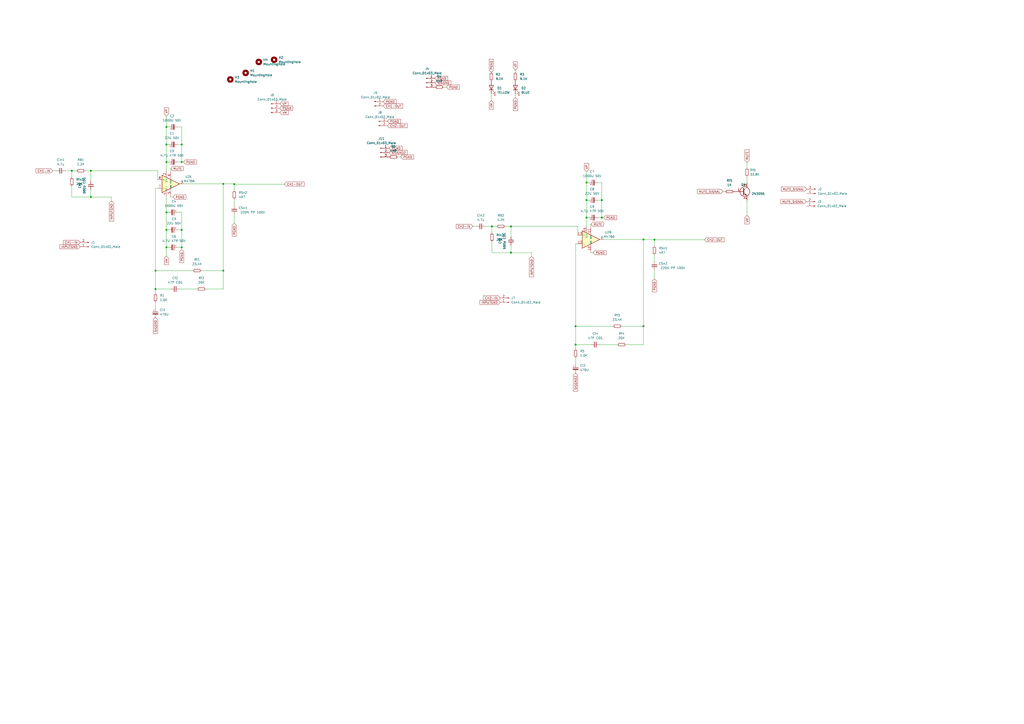
<source format=kicad_sch>
(kicad_sch (version 20230121) (generator eeschema)
  (paper "A2")
  (lib_symbols
    (symbol "Amplifier_Audio:LM4766" (pin_names (offset 0.127))
      (property "Reference" "U" (at 5.08 6.35 0))
      (property "Value" "LM4766" (at 5.08 3.81 0))
      (symbol "LM4766_0_1"
        (polyline (pts (xy -5.08 5.08) (xy 5.08 0) (xy -5.08 -5.08) (xy -5.08 5.08)) (stroke (width 0.254)) (fill (type background)))
      )
      (symbol "LM4766_1_1"
        (pin power_in line (at -2.54 7.62 270) (length 3.81) (name "V+") (number "2"))
        (pin output line (at 7.62 0 180) (length 2.54) (name "~") (number "3"))
        (pin power_in line (at -2.54 -7.62 90) (length 3.81) (name "V-") (number "4"))
        (pin power_in line (at 0 -7.62 90) (length 5.08) (name "GND") (number "5"))
        (pin input line (at 0 7.62 270) (length 5.08) (name "MUTE") (number "6"))
        (pin input line (at -7.62 -2.54 0) (length 2.54) (name "-") (number "7"))
        (pin input line (at -7.62 2.54 0) (length 2.54) (name "+") (number "8"))
        (pin no_connect line (at 0 2.54 270) (length 2.54) hide (name "NC") (number "9"))
      )
      (symbol "LM4766_2_1"
        (pin output line (at 7.62 0 180) (length 2.54) (name "~") (number "1"))
        (pin power_in line (at 0 -7.62 90) (length 5.08) (name "GND") (number "10"))
        (pin input line (at 0 7.62 270) (length 5.08) (name "MUTE") (number "11"))
        (pin input line (at -7.62 -2.54 0) (length 2.54) (name "-") (number "12"))
        (pin input line (at -7.62 2.54 0) (length 2.54) (name "+") (number "13"))
        (pin no_connect line (at 0 2.54 270) (length 2.54) hide (name "NC") (number "14"))
        (pin power_in line (at -2.54 7.62 270) (length 3.81) (name "V+") (number "15"))
      )
    )
    (symbol "Connector:Conn_01x02_Male" (pin_names (offset 1.016) hide)
      (property "Reference" "J" (at 0 2.54 0))
      (property "Value" "Conn_01x02_Male" (at 0 -5.08 0))
      (symbol "Conn_01x02_Male_1_1"
        (polyline (pts (xy 1.27 -2.54) (xy 0.8636 -2.54)) (stroke (width 0.1524)))
        (polyline (pts (xy 1.27 0) (xy 0.8636 0)) (stroke (width 0.1524)))
        (rectangle (start 0.8636 -2.413) (end 0 -2.667) (stroke (width 0.1524)) (fill (type outline)))
        (rectangle (start 0.8636 0.127) (end 0 -0.127) (stroke (width 0.1524)) (fill (type outline)))
        (pin passive line (at 5.08 0 180) (length 3.81) (name "Pin_1") (number "1"))
        (pin passive line (at 5.08 -2.54 180) (length 3.81) (name "Pin_2") (number "2"))
      )
    )
    (symbol "Connector:Conn_01x03_Male" (pin_names (offset 1.016) hide)
      (property "Reference" "J" (at 0 5.08 0))
      (property "Value" "Conn_01x03_Male" (at 0 -5.08 0))
      (symbol "Conn_01x03_Male_1_1"
        (polyline (pts (xy 1.27 -2.54) (xy 0.8636 -2.54)) (stroke (width 0.1524)))
        (polyline (pts (xy 1.27 0) (xy 0.8636 0)) (stroke (width 0.1524)))
        (polyline (pts (xy 1.27 2.54) (xy 0.8636 2.54)) (stroke (width 0.1524)))
        (rectangle (start 0.8636 -2.413) (end 0 -2.667) (stroke (width 0.1524)) (fill (type outline)))
        (rectangle (start 0.8636 0.127) (end 0 -0.127) (stroke (width 0.1524)) (fill (type outline)))
        (rectangle (start 0.8636 2.667) (end 0 2.413) (stroke (width 0.1524)) (fill (type outline)))
        (pin passive line (at 5.08 2.54 180) (length 3.81) (name "Pin_1") (number "1"))
        (pin passive line (at 5.08 0 180) (length 3.81) (name "Pin_2") (number "2"))
        (pin passive line (at 5.08 -2.54 180) (length 3.81) (name "Pin_3") (number "3"))
      )
    )
    (symbol "Device:C_Polarized_Small" (pin_numbers hide) (pin_names (offset 0.254) hide)
      (property "Reference" "C" (at 0.254 1.778 0))
      (property "Value" "C_Polarized_Small" (at 0.254 -2.032 0))
      (symbol "C_Polarized_Small_0_1"
        (rectangle (start -1.524 -0.3048) (end 1.524 -0.6858) (fill (type outline)))
        (rectangle (start -1.524 0.6858) (end 1.524 0.3048))
        (polyline (pts (xy -1.27 1.524) (xy -0.762 1.524)))
        (polyline (pts (xy -1.016 1.27) (xy -1.016 1.778)))
      )
      (symbol "C_Polarized_Small_1_1"
        (pin passive line (at 0 2.54 270) (length 1.8542) (name "~") (number "1"))
        (pin passive line (at 0 -2.54 90) (length 1.8542) (name "~") (number "2"))
      )
    )
    (symbol "Device:C_Small" (pin_numbers hide) (pin_names (offset 0.254) hide)
      (property "Reference" "C" (at 0.254 1.778 0))
      (property "Value" "C_Small" (at 0.254 -2.032 0))
      (symbol "C_Small_0_1"
        (polyline (pts (xy -1.524 -0.508) (xy 1.524 -0.508)) (stroke (width 0.3302)))
        (polyline (pts (xy -1.524 0.508) (xy 1.524 0.508)) (stroke (width 0.3048)))
      )
      (symbol "C_Small_1_1"
        (pin passive line (at 0 2.54 270) (length 2.032) (name "~") (number "1"))
        (pin passive line (at 0 -2.54 90) (length 2.032) (name "~") (number "2"))
      )
    )
    (symbol "Device:LED" (pin_numbers hide) (pin_names (offset 1.016) hide)
      (property "Reference" "D" (at 0 2.54 0))
      (property "Value" "LED" (at 0 -2.54 0))
      (symbol "LED_0_1"
        (polyline (pts (xy -1.27 -1.27) (xy -1.27 1.27)) (stroke (width 0.254)))
        (polyline (pts (xy -1.27 0) (xy 1.27 0)))
        (polyline (pts (xy 1.27 -1.27) (xy 1.27 1.27) (xy -1.27 0) (xy 1.27 -1.27)) (stroke (width 0.254)))
        (polyline (pts (xy -3.048 -0.762) (xy -4.572 -2.286) (xy -3.81 -2.286) (xy -4.572 -2.286) (xy -4.572 -1.524)))
        (polyline (pts (xy -1.778 -0.762) (xy -3.302 -2.286) (xy -2.54 -2.286) (xy -3.302 -2.286) (xy -3.302 -1.524)))
      )
      (symbol "LED_1_1"
        (pin passive line (at -3.81 0 0) (length 2.54) (name "K") (number "1"))
        (pin passive line (at 3.81 0 180) (length 2.54) (name "A") (number "2"))
      )
    )
    (symbol "Device:R_Small" (pin_numbers hide) (pin_names (offset 0.254) hide)
      (property "Reference" "R" (at 0.762 0.508 0))
      (property "Value" "R_Small" (at 0.762 -1.016 0))
      (symbol "R_Small_0_1"
        (rectangle (start -0.762 1.778) (end 0.762 -1.778) (stroke (width 0.2032)))
      )
      (symbol "R_Small_1_1"
        (pin passive line (at 0 2.54 270) (length 0.762) (name "~") (number "1"))
        (pin passive line (at 0 -2.54 90) (length 0.762) (name "~") (number "2"))
      )
    )
    (symbol "Mechanical:MountingHole" (pin_names (offset 1.016))
      (property "Reference" "H" (at 0 5.08 0))
      (property "Value" "MountingHole" (at 0 3.175 0))
      (symbol "MountingHole_0_1"
        (circle (center 0 0) (radius 1.27) (stroke (width 1.27)))
      )
    )
    (symbol "Transistor_BJT:2N3055" (pin_names (offset 0) hide)
      (property "Reference" "Q" (at 5.08 1.905 0))
      (property "Value" "2N3055" (at 5.08 0 0))
      (symbol "2N3055_0_1"
        (polyline (pts (xy 0.635 0.635) (xy 2.54 2.54)))
        (polyline (pts (xy 0.635 -0.635) (xy 2.54 -2.54) (xy 2.54 -2.54)))
        (polyline (pts (xy 0.635 1.905) (xy 0.635 -1.905) (xy 0.635 -1.905)) (stroke (width 0.508)))
        (polyline (pts (xy 1.27 -1.778) (xy 1.778 -1.27) (xy 2.286 -2.286) (xy 1.27 -1.778) (xy 1.27 -1.778)) (fill (type outline)))
        (circle (center 1.27 0) (radius 2.8194) (stroke (width 0.254)))
      )
      (symbol "2N3055_1_1"
        (pin input line (at -5.08 0 0) (length 5.715) (name "B") (number "1"))
        (pin passive line (at 2.54 -5.08 90) (length 2.54) (name "E") (number "2"))
        (pin passive line (at 2.54 5.08 270) (length 2.54) (name "C") (number "3"))
      )
    )
  )
  (junction (at 349.123 116.078))
  (junction (at 373.253 138.938))
  (junction (at 96.52 83.82))
  (junction (at 340.233 105.918))
  (junction (at 349.123 126.238))
  (junction (at 129.54 106.68))
  (junction (at 96.52 123.19))
  (junction (at 135.89 106.807))
  (junction (at 52.705 114.3))
  (junction (at 129.54 156.972))
  (junction (at 90.17 156.972))
  (junction (at 105.41 83.82))
  (junction (at 90.17 167.64))
  (junction (at 373.253 189.23))
  (junction (at 105.41 93.98))
  (junction (at 296.418 146.558))
  (junction (at 96.52 73.66))
  (junction (at 340.233 126.238))
  (junction (at 340.233 116.078))
  (junction (at 41.656 99.06))
  (junction (at 333.883 189.23))
  (junction (at 296.418 131.318))
  (junction (at 105.41 133.35))
  (junction (at 333.883 199.898))
  (junction (at 52.705 99.06))
  (junction (at 96.52 143.51))
  (junction (at 379.603 139.065))
  (junction (at 96.52 93.98))
  (junction (at 96.52 133.35))
  (junction (at 285.369 131.318))
  (junction (at 105.41 143.51))
  (wire (pts (xy 90.17 156.972) (xy 90.17 167.64)))
  (wire (pts (xy 116.84 156.972) (xy 129.54 156.972)))
  (wire (pts (xy 335.153 141.478) (xy 333.883 141.478)))
  (wire (pts (xy 102.87 133.35) (xy 105.41 133.35)))
  (wire (pts (xy 433.324 116.205) (xy 433.324 124.968)))
  (wire (pts (xy 308.356 146.558) (xy 308.356 148.844)))
  (wire (pts (xy 333.883 207.518) (xy 333.883 211.328)))
  (wire (pts (xy 419.354 111.125) (xy 420.624 111.125)))
  (wire (pts (xy 105.41 83.82) (xy 105.41 93.98)))
  (wire (pts (xy 340.233 105.918) (xy 341.503 105.918)))
  (wire (pts (xy 52.705 99.06) (xy 91.44 99.06)))
  (wire (pts (xy 135.89 115.57) (xy 135.89 119.38)))
  (wire (pts (xy 90.17 156.972) (xy 111.76 156.972)))
  (wire (pts (xy 281.432 131.318) (xy 285.369 131.318)))
  (wire (pts (xy 340.233 116.078) (xy 340.233 126.238)))
  (wire (pts (xy 379.603 147.828) (xy 379.603 151.638)))
  (wire (pts (xy 285.369 146.558) (xy 296.418 146.558)))
  (wire (pts (xy 41.656 114.3) (xy 52.705 114.3)))
  (wire (pts (xy 342.773 146.558) (xy 344.043 146.558)))
  (wire (pts (xy 285.369 140.208) (xy 285.369 146.558)))
  (wire (pts (xy 96.52 133.35) (xy 96.52 143.51)))
  (wire (pts (xy 96.52 123.19) (xy 96.52 133.35)))
  (wire (pts (xy 373.253 138.938) (xy 373.253 189.23)))
  (wire (pts (xy 230.759 91.059) (xy 232.41 91.059)))
  (wire (pts (xy 285.369 131.318) (xy 288.036 131.318)))
  (wire (pts (xy 105.41 143.51) (xy 105.41 144.78)))
  (wire (pts (xy 129.54 106.68) (xy 129.54 156.972)))
  (wire (pts (xy 91.44 99.06) (xy 91.44 104.14)))
  (wire (pts (xy 96.52 133.35) (xy 97.79 133.35)))
  (wire (pts (xy 129.54 156.972) (xy 129.54 167.64)))
  (wire (pts (xy 105.41 73.66) (xy 105.41 83.82)))
  (wire (pts (xy 296.418 131.318) (xy 296.418 137.287)))
  (wire (pts (xy 90.17 109.22) (xy 90.17 156.972)))
  (wire (pts (xy 340.233 126.238) (xy 341.503 126.238)))
  (wire (pts (xy 346.583 126.238) (xy 349.123 126.238)))
  (wire (pts (xy 119.38 167.64) (xy 129.54 167.64)))
  (wire (pts (xy 293.116 131.318) (xy 296.418 131.318)))
  (wire (pts (xy 335.153 131.318) (xy 335.153 136.398)))
  (wire (pts (xy 105.41 93.98) (xy 106.426 93.98)))
  (wire (pts (xy 96.52 143.51) (xy 97.79 143.51)))
  (wire (pts (xy 99.06 114.3) (xy 100.33 114.3)))
  (wire (pts (xy 102.87 73.66) (xy 105.41 73.66)))
  (wire (pts (xy 349.123 126.238) (xy 350.139 126.238)))
  (wire (pts (xy 346.583 116.078) (xy 349.123 116.078)))
  (wire (pts (xy 30.607 99.06) (xy 32.639 99.06)))
  (wire (pts (xy 433.324 102.489) (xy 433.324 106.045)))
  (wire (pts (xy 135.89 106.807) (xy 135.89 110.49)))
  (wire (pts (xy 49.403 99.06) (xy 52.705 99.06)))
  (wire (pts (xy 41.656 99.06) (xy 41.656 102.87)))
  (wire (pts (xy 52.705 114.3) (xy 64.643 114.3)))
  (wire (pts (xy 129.54 106.68) (xy 135.89 106.68)))
  (wire (pts (xy 96.52 83.82) (xy 97.79 83.82)))
  (wire (pts (xy 99.06 167.64) (xy 90.17 167.64)))
  (wire (pts (xy 360.553 189.23) (xy 373.253 189.23)))
  (wire (pts (xy 333.883 199.898) (xy 333.883 202.438)))
  (wire (pts (xy 102.87 143.51) (xy 105.41 143.51)))
  (wire (pts (xy 333.883 141.478) (xy 333.883 189.23)))
  (wire (pts (xy 52.705 110.109) (xy 52.705 114.3)))
  (wire (pts (xy 105.41 133.35) (xy 105.41 143.51)))
  (wire (pts (xy 340.233 99.568) (xy 340.233 105.918)))
  (wire (pts (xy 135.89 106.807) (xy 135.89 106.68)))
  (wire (pts (xy 340.233 116.078) (xy 341.503 116.078)))
  (wire (pts (xy 379.603 139.065) (xy 408.686 139.065)))
  (wire (pts (xy 96.52 73.66) (xy 96.52 83.82)))
  (wire (pts (xy 96.52 73.66) (xy 97.79 73.66)))
  (wire (pts (xy 379.603 156.718) (xy 379.603 161.798)))
  (wire (pts (xy 105.41 123.19) (xy 105.41 133.35)))
  (wire (pts (xy 135.89 106.807) (xy 164.973 106.807)))
  (wire (pts (xy 333.883 189.23) (xy 355.473 189.23)))
  (wire (pts (xy 284.988 58.42) (xy 284.988 54.61)))
  (wire (pts (xy 346.583 105.918) (xy 349.123 105.918)))
  (wire (pts (xy 298.958 56.642) (xy 298.958 54.61)))
  (wire (pts (xy 41.656 107.95) (xy 41.656 114.3)))
  (wire (pts (xy 347.853 199.898) (xy 358.013 199.898)))
  (wire (pts (xy 37.719 99.06) (xy 41.656 99.06)))
  (wire (pts (xy 91.44 109.22) (xy 90.17 109.22)))
  (wire (pts (xy 433.324 94.234) (xy 433.324 97.409)))
  (wire (pts (xy 379.603 139.065) (xy 379.603 142.748)))
  (wire (pts (xy 96.52 83.82) (xy 96.52 93.98)))
  (wire (pts (xy 342.773 199.898) (xy 333.883 199.898)))
  (wire (pts (xy 135.89 124.46) (xy 135.89 129.54)))
  (wire (pts (xy 96.52 123.19) (xy 97.79 123.19)))
  (wire (pts (xy 363.093 199.898) (xy 373.253 199.898)))
  (wire (pts (xy 99.06 97.79) (xy 99.06 99.06)))
  (wire (pts (xy 102.87 83.82) (xy 105.41 83.82)))
  (wire (pts (xy 333.883 189.23) (xy 333.883 199.898)))
  (wire (pts (xy 296.418 131.318) (xy 335.153 131.318)))
  (wire (pts (xy 257.302 50.546) (xy 258.953 50.546)))
  (wire (pts (xy 90.17 175.26) (xy 90.17 179.07)))
  (wire (pts (xy 349.123 105.918) (xy 349.123 116.078)))
  (wire (pts (xy 373.253 138.938) (xy 379.603 138.938)))
  (wire (pts (xy 90.17 167.64) (xy 90.17 170.18)))
  (wire (pts (xy 340.233 105.918) (xy 340.233 116.078)))
  (wire (pts (xy 102.87 93.98) (xy 105.41 93.98)))
  (wire (pts (xy 373.253 189.23) (xy 373.253 199.898)))
  (wire (pts (xy 96.52 114.3) (xy 96.52 123.19)))
  (wire (pts (xy 285.369 131.318) (xy 285.369 135.128)))
  (wire (pts (xy 106.68 106.68) (xy 129.54 106.68)))
  (wire (pts (xy 296.418 142.367) (xy 296.418 146.558)))
  (wire (pts (xy 96.52 93.98) (xy 97.79 93.98)))
  (wire (pts (xy 342.773 130.048) (xy 342.773 131.318)))
  (wire (pts (xy 96.52 143.51) (xy 96.52 148.59)))
  (wire (pts (xy 52.705 99.06) (xy 52.705 105.029)))
  (wire (pts (xy 349.123 116.078) (xy 349.123 126.238)))
  (wire (pts (xy 64.643 114.3) (xy 64.643 116.586)))
  (wire (pts (xy 104.14 167.64) (xy 114.3 167.64)))
  (wire (pts (xy 296.418 146.558) (xy 308.356 146.558)))
  (wire (pts (xy 102.87 123.19) (xy 105.41 123.19)))
  (wire (pts (xy 340.233 126.238) (xy 340.233 131.318)))
  (wire (pts (xy 274.32 131.318) (xy 276.352 131.318)))
  (wire (pts (xy 298.958 40.64) (xy 298.958 41.91)))
  (wire (pts (xy 41.656 99.06) (xy 44.323 99.06)))
  (wire (pts (xy 96.52 93.98) (xy 96.52 99.06)))
  (wire (pts (xy 96.52 67.31) (xy 96.52 73.66)))
  (wire (pts (xy 350.393 138.938) (xy 373.253 138.938)))
  (wire (pts (xy 379.603 139.065) (xy 379.603 138.938)))
  (global_label "MUTE" (shape input) (at 342.773 130.048 0) (property "Intersheetrefs" "${INTERSHEET_REFS}" (effects hide)))
  (global_label "CH1-OUT" (shape input) (at 164.973 106.807 0) (property "Intersheetrefs" "${INTERSHEET_REFS}" (effects hide)))
  (global_label "VP" (shape input) (at 298.958 40.64 90) (property "Intersheetrefs" "${INTERSHEET_REFS}" (effects hide)))
  (global_label "PGND" (shape input) (at 298.958 56.642 270) (property "Intersheetrefs" "${INTERSHEET_REFS}" (effects hide)))
  (global_label "PGND" (shape input) (at 105.41 144.78 270) (property "Intersheetrefs" "${INTERSHEET_REFS}" (effects hide)))
  (global_label "PGND" (shape input) (at 225.679 85.979 0) (property "Intersheetrefs" "${INTERSHEET_REFS}" (effects hide)))
  (global_label "CH1-IN" (shape input) (at 46.482 140.589 180) (property "Intersheetrefs" "${INTERSHEET_REFS}" (effects hide)))
  (global_label "PGND" (shape input) (at 162.306 62.738 0) (property "Intersheetrefs" "${INTERSHEET_REFS}" (effects hide)))
  (global_label "VM" (shape input) (at 433.324 124.968 270) (property "Intersheetrefs" "${INTERSHEET_REFS}" (effects hide)))
  (global_label "CH1-IN" (shape input) (at 30.607 99.06 180) (property "Intersheetrefs" "${INTERSHEET_REFS}" (effects hide)))
  (global_label "PGND" (shape input) (at 258.953 50.546 0) (property "Intersheetrefs" "${INTERSHEET_REFS}" (effects hide)))
  (global_label "MUTE_SIGNAL" (shape input) (at 467.741 116.967 180) (property "Intersheetrefs" "${INTERSHEET_REFS}" (effects hide)))
  (global_label "VP" (shape input) (at 162.306 60.198 0) (property "Intersheetrefs" "${INTERSHEET_REFS}" (effects hide)))
  (global_label "SIGGND" (shape input) (at 90.17 184.15 270) (property "Intersheetrefs" "${INTERSHEET_REFS}" (effects hide)))
  (global_label "SIGGND" (shape input) (at 252.222 48.006 0) (property "Intersheetrefs" "${INTERSHEET_REFS}" (effects hide)))
  (global_label "VP" (shape input) (at 340.233 99.568 90) (property "Intersheetrefs" "${INTERSHEET_REFS}" (effects hide)))
  (global_label "PGND" (shape input) (at 252.222 45.466 0) (property "Intersheetrefs" "${INTERSHEET_REFS}" (effects hide)))
  (global_label "CH2-IN" (shape input) (at 290.195 172.847 180) (property "Intersheetrefs" "${INTERSHEET_REFS}" (effects hide)))
  (global_label "VM" (shape input) (at 162.306 65.278 0) (property "Intersheetrefs" "${INTERSHEET_REFS}" (effects hide)))
  (global_label "PGND" (shape input) (at 100.33 114.3 0) (property "Intersheetrefs" "${INTERSHEET_REFS}" (effects hide)))
  (global_label "VM" (shape input) (at 284.988 58.42 270) (property "Intersheetrefs" "${INTERSHEET_REFS}" (effects hide)))
  (global_label "CH2-OUT" (shape input) (at 408.686 139.065 0) (property "Intersheetrefs" "${INTERSHEET_REFS}" (effects hide)))
  (global_label "VP" (shape input) (at 96.52 67.31 90) (property "Intersheetrefs" "${INTERSHEET_REFS}" (effects hide)))
  (global_label "PGND" (shape input) (at 350.139 126.238 0) (property "Intersheetrefs" "${INTERSHEET_REFS}" (effects hide)))
  (global_label "INPUTGND" (shape input) (at 308.356 148.844 270) (property "Intersheetrefs" "${INTERSHEET_REFS}" (effects hide)))
  (global_label "INPUTGND" (shape input) (at 290.195 175.387 180) (property "Intersheetrefs" "${INTERSHEET_REFS}" (effects hide)))
  (global_label "SIGGND2" (shape input) (at 333.883 216.408 270) (property "Intersheetrefs" "${INTERSHEET_REFS}" (effects hide)))
  (global_label "CH2-IN" (shape input) (at 274.32 131.318 180) (property "Intersheetrefs" "${INTERSHEET_REFS}" (effects hide)))
  (global_label "PGND" (shape input) (at 344.043 146.558 0) (property "Intersheetrefs" "${INTERSHEET_REFS}" (effects hide)))
  (global_label "PGND" (shape input) (at 232.41 91.059 0) (property "Intersheetrefs" "${INTERSHEET_REFS}" (effects hide)))
  (global_label "PGND" (shape input) (at 284.988 41.91 90) (property "Intersheetrefs" "${INTERSHEET_REFS}" (effects hide)))
  (global_label "INPUTGND" (shape input) (at 46.482 143.129 180) (property "Intersheetrefs" "${INTERSHEET_REFS}" (effects hide)))
  (global_label "PGND" (shape input) (at 224.79 70.358 0) (property "Intersheetrefs" "${INTERSHEET_REFS}" (effects hide)))
  (global_label "MUTE_SIGNAL" (shape input) (at 419.354 111.125 180) (property "Intersheetrefs" "${INTERSHEET_REFS}" (effects hide)))
  (global_label "MUTE" (shape input) (at 99.06 97.79 0) (property "Intersheetrefs" "${INTERSHEET_REFS}" (effects hide)))
  (global_label "PGND" (shape input) (at 106.426 93.98 0) (property "Intersheetrefs" "${INTERSHEET_REFS}" (effects hide)))
  (global_label "CH2-OUT" (shape input) (at 224.79 72.898 0) (property "Intersheetrefs" "${INTERSHEET_REFS}" (effects hide)))
  (global_label "INPUTGND" (shape input) (at 64.643 116.586 270) (property "Intersheetrefs" "${INTERSHEET_REFS}" (effects hide)))
  (global_label "VM" (shape input) (at 96.52 148.59 270) (property "Intersheetrefs" "${INTERSHEET_REFS}" (effects hide)))
  (global_label "CH1-OUT" (shape input) (at 222.25 61.468 0) (property "Intersheetrefs" "${INTERSHEET_REFS}" (effects hide)))
  (global_label "PGND" (shape input) (at 379.603 161.798 270) (property "Intersheetrefs" "${INTERSHEET_REFS}" (effects hide)))
  (global_label "MUTE_SIGNAL" (shape input) (at 467.995 109.728 180) (property "Intersheetrefs" "${INTERSHEET_REFS}" (effects hide)))
  (global_label "SIGGND2" (shape input) (at 225.679 88.519 0) (property "Intersheetrefs" "${INTERSHEET_REFS}" (effects hide)))
  (global_label "MUTE" (shape input) (at 433.324 94.234 90) (property "Intersheetrefs" "${INTERSHEET_REFS}" (effects hide)))
  (global_label "PGND" (shape input) (at 222.25 58.928 0) (property "Intersheetrefs" "${INTERSHEET_REFS}" (effects hide)))
  (global_label "PGND" (shape input) (at 135.89 129.54 270) (property "Intersheetrefs" "${INTERSHEET_REFS}" (effects hide)))
  (symbol (lib_id "Device:R_Small") (at 333.883 204.978 0) (unit 1)
    (property "Reference" "R5" (at 336.423 203.7079 0) (effects (justify left)))
    (property "Value" "1.0K" (at 336.423 206.2479 0) (effects (justify left)))
    (property "Footprint" "Resistor_SMD:R_1206_3216Metric_Pad1.30x1.75mm_HandSolder" (effects hide))
  )
  (symbol (lib_id "Connector:Conn_01x03_Male") (at 157.226 62.738 0) (unit 1)
    (property "Reference" "J6" (at 157.861 55.118 0))
    (property "Value" "Conn_01x03_Male" (at 157.861 57.658 0))
    (property "Footprint" "Connector_JST:JST_VH_B3P-VH-B_1x03_P3.96mm_Vertical" (effects hide))
  )
  (symbol (lib_id "Device:R_Small") (at 298.958 44.45 180) (unit 1)
    (property "Reference" "R3" (at 301.498 43.1799 0) (effects (justify right)))
    (property "Value" "9.1K" (at 301.498 45.7199 0) (effects (justify right)))
    (property "Footprint" "Resistor_SMD:R_0805_2012Metric_Pad1.20x1.40mm_HandSolder" (effects hide))
  )
  (symbol (lib_id "Device:C_Small") (at 296.418 139.827 0) (unit 1)
    (property "Reference" "Cf3" (at 290.068 139.8334 90))
    (property "Value" "680p C0G" (at 292.608 139.8334 90))
    (property "Footprint" "Capacitor_SMD:C_1206_3216Metric_Pad1.33x1.80mm_HandSolder" (effects hide))
  )
  (symbol (lib_id "Device:R_Small") (at 360.553 199.898 270) (unit 1)
    (property "Reference" "Rf4" (at 360.553 193.548 90))
    (property "Value" "20K" (at 360.553 196.088 90))
    (property "Footprint" "Resistor_SMD:R_1206_3216Metric_Pad1.30x1.75mm_HandSolder" (effects hide))
  )
  (symbol (lib_id "Device:C_Polarized_Small") (at 100.33 143.51 270) (unit 1)
    (property "Reference" "C6" (at 100.8761 137.16 90))
    (property "Value" "4.7U X7R 50V" (at 100.8761 139.7 90))
    (property "Footprint" "Capacitor_SMD:C_1206_3216Metric_Pad1.33x1.80mm_HandSolder" (effects hide))
  )
  (symbol (lib_id "Mechanical:MountingHole") (at 150.114 35.941 0) (unit 1)
    (property "Reference" "H4" (at 152.654 34.6709 0) (effects (justify left)))
    (property "Value" "MountingHole" (at 152.654 37.2109 0) (effects (justify left)))
    (property "Footprint" "MountingHole:MountingHole_3mm" (effects hide))
  )
  (symbol (lib_id "Device:R_Small") (at 254.762 50.546 90) (unit 1)
    (property "Reference" "R4" (at 254.762 44.45 90))
    (property "Value" "15R" (at 254.762 46.99 90))
    (property "Footprint" "Resistor_SMD:R_0805_2012Metric_Pad1.20x1.40mm_HandSolder" (effects hide))
  )
  (symbol (lib_id "Device:C_Polarized_Small") (at 90.17 181.61 0) (unit 1)
    (property "Reference" "Ci1" (at 92.71 179.7938 0) (effects (justify left)))
    (property "Value" "470U" (at 92.71 182.3338 0) (effects (justify left)))
    (property "Footprint" "Capacitor_THT:CP_Radial_D12.5mm_P5.00mm" (effects hide))
  )
  (symbol (lib_id "Device:C_Polarized_Small") (at 344.043 126.238 90) (unit 1)
    (property "Reference" "C9" (at 343.4969 119.888 90))
    (property "Value" "4.7U X7R 50V" (at 343.4969 122.428 90))
    (property "Footprint" "Capacitor_SMD:C_1206_3216Metric_Pad1.33x1.80mm_HandSolder" (effects hide))
  )
  (symbol (lib_id "Device:R_Small") (at 379.603 145.288 180) (unit 1)
    (property "Reference" "RSn1" (at 382.143 144.0179 0) (effects (justify right)))
    (property "Value" "4R7" (at 382.143 146.5579 0) (effects (justify right)))
    (property "Footprint" "Resistor_THT:R_Axial_DIN0411_L9.9mm_D3.6mm_P12.70mm_Horizontal" (effects hide))
  )
  (symbol (lib_id "Device:R_Small") (at 135.89 113.03 180) (unit 1)
    (property "Reference" "RSn2" (at 138.43 111.7599 0) (effects (justify right)))
    (property "Value" "4R7" (at 138.43 114.2999 0) (effects (justify right)))
    (property "Footprint" "Resistor_THT:R_Axial_DIN0411_L9.9mm_D3.6mm_P12.70mm_Horizontal" (effects hide))
  )
  (symbol (lib_id "Device:R_Small") (at 290.576 131.318 90) (unit 1)
    (property "Reference" "RB2" (at 290.576 124.968 90))
    (property "Value" "1.2K" (at 290.576 127.508 90))
    (property "Footprint" "Resistor_SMD:R_1206_3216Metric_Pad1.30x1.75mm_HandSolder" (effects hide))
  )
  (symbol (lib_id "Amplifier_Audio:LM4766") (at 99.06 106.68 0) (unit 1)
    (property "Reference" "U2" (at 109.22 102.4891 0))
    (property "Value" "LM4766" (at 109.22 105.0291 0))
    (property "Footprint" "Package_TO_SOT_THT:TO-220-15_P2.54x2.54mm_StaggerOdd_Lead4.58mm_Vertical" (effects hide))
    (property "Datasheet" "http://www.ti.com/lit/ds/symlink/lm4766.pdf" (effects hide))
  )
  (symbol (lib_id "Connector:Conn_01x02_Male") (at 472.821 119.507 180) (unit 1)
    (property "Reference" "J3" (at 474.091 116.9669 0) (effects (justify right)))
    (property "Value" "Conn_01x02_Male" (at 474.091 119.5069 0) (effects (justify right)))
    (property "Footprint" "Connector_JST:JST_PH_B2B-PH-K_1x02_P2.00mm_Vertical" (effects hide))
  )
  (symbol (lib_id "Device:C_Polarized_Small") (at 344.043 116.078 90) (unit 1)
    (property "Reference" "C8" (at 343.4969 109.728 90))
    (property "Value" "22U 50V" (at 343.4969 112.268 90))
    (property "Footprint" "Capacitor_THT:CP_Radial_D6.3mm_P2.50mm" (effects hide))
  )
  (symbol (lib_id "Device:R_Small") (at 114.3 156.972 270) (unit 1)
    (property "Reference" "Rf1" (at 114.3 150.622 90))
    (property "Value" "23.4K" (at 114.3 153.162 90))
    (property "Footprint" "Resistor_SMD:R_1206_3216Metric_Pad1.30x1.75mm_HandSolder" (effects hide))
  )
  (symbol (lib_id "Connector:Conn_01x02_Male") (at 51.562 143.129 180) (unit 1)
    (property "Reference" "J1" (at 52.832 140.5889 0) (effects (justify right)))
    (property "Value" "Conn_01x02_Male" (at 52.832 143.1289 0) (effects (justify right)))
    (property "Footprint" "Connector_JST:JST_PH_B2B-PH-K_1x02_P2.00mm_Vertical" (effects hide))
  )
  (symbol (lib_id "Amplifier_Audio:LM4766") (at 342.773 138.938 0) (unit 2)
    (property "Reference" "U2" (at 352.806 134.7471 0))
    (property "Value" "LM4766" (at 352.806 137.2871 0))
    (property "Footprint" "Package_TO_SOT_THT:TO-220-15_P2.54x2.54mm_StaggerOdd_Lead4.58mm_Vertical" (effects hide))
    (property "Datasheet" "http://www.ti.com/lit/ds/symlink/lm4766.pdf" (effects hide))
  )
  (symbol (lib_id "Device:R_Small") (at 90.17 172.72 0) (unit 1)
    (property "Reference" "R1" (at 92.71 171.4499 0) (effects (justify left)))
    (property "Value" "1.0K" (at 92.71 173.9899 0) (effects (justify left)))
    (property "Footprint" "Resistor_SMD:R_1206_3216Metric_Pad1.30x1.75mm_HandSolder" (effects hide))
  )
  (symbol (lib_id "Device:C_Small") (at 35.179 99.06 90) (unit 1)
    (property "Reference" "Cin1" (at 35.1853 92.71 90))
    (property "Value" "4.7u" (at 35.1853 95.25 90))
    (property "Footprint" "Components:4.7uF Polypropylene Aliexpress" (effects hide))
  )
  (symbol (lib_id "Device:R_Small") (at 285.369 137.668 180) (unit 1)
    (property "Reference" "Rin2" (at 287.909 136.3979 0) (effects (justify right)))
    (property "Value" "20K" (at 287.909 138.9379 0) (effects (justify right)))
    (property "Footprint" "Resistor_SMD:R_1206_3216Metric_Pad1.30x1.75mm_HandSolder" (effects hide))
  )
  (symbol (lib_id "Mechanical:MountingHole") (at 133.604 46.101 0) (unit 1)
    (property "Reference" "H3" (at 136.144 44.8309 0) (effects (justify left)))
    (property "Value" "MountingHole" (at 136.144 47.3709 0) (effects (justify left)))
    (property "Footprint" "MountingHole:MountingHole_3mm" (effects hide))
  )
  (symbol (lib_id "Device:C_Small") (at 52.705 107.569 0) (unit 1)
    (property "Reference" "Cf1" (at 46.355 107.5754 90))
    (property "Value" "680p C0G" (at 48.895 107.5754 90))
    (property "Footprint" "Capacitor_SMD:C_1206_3216Metric_Pad1.33x1.80mm_HandSolder" (effects hide))
  )
  (symbol (lib_id "Device:R_Small") (at 116.84 167.64 270) (unit 1)
    (property "Reference" "Rf2" (at 116.84 161.29 90))
    (property "Value" "20K" (at 116.84 163.83 90))
    (property "Footprint" "Resistor_SMD:R_1206_3216Metric_Pad1.30x1.75mm_HandSolder" (effects hide))
  )
  (symbol (lib_id "Connector:Conn_01x02_Male") (at 219.71 70.358 0) (unit 1)
    (property "Reference" "J8" (at 220.345 65.278 0))
    (property "Value" "Conn_01x02_Male" (at 220.345 67.818 0))
    (property "Footprint" "Connector_JST:JST_VH_B2P-VH_1x02_P3.96mm_Vertical" (effects hide))
  )
  (symbol (lib_id "Device:R_Small") (at 284.988 44.45 180) (unit 1)
    (property "Reference" "R2" (at 287.528 43.1799 0) (effects (justify right)))
    (property "Value" "9.1K" (at 287.528 45.7199 0) (effects (justify right)))
    (property "Footprint" "Resistor_SMD:R_0805_2012Metric_Pad1.20x1.40mm_HandSolder" (effects hide))
  )
  (symbol (lib_id "Transistor_BJT:2N3055") (at 430.784 111.125 0) (unit 1)
    (property "Reference" "Q1" (at 429.895 107.188 0) (effects (justify left)))
    (property "Value" "2N3055" (at 435.991 112.3949 0) (effects (justify left)))
    (property "Footprint" "Package_TO_SOT_SMD:TSOT-23" (effects hide))
    (property "Datasheet" "http://www.onsemi.com/pub_link/Collateral/2N3055-D.PDF" (effects hide))
  )
  (symbol (lib_id "Mechanical:MountingHole") (at 142.494 42.291 0) (unit 1)
    (property "Reference" "H1" (at 145.034 41.0209 0) (effects (justify left)))
    (property "Value" "MountingHole" (at 145.034 43.5609 0) (effects (justify left)))
    (property "Footprint" "MountingHole:MountingHole_3mm" (effects hide))
  )
  (symbol (lib_id "Device:C_Small") (at 345.313 199.898 270) (unit 1)
    (property "Reference" "Cf4" (at 345.3066 193.548 90))
    (property "Value" "47P C0G" (at 345.3066 196.088 90))
    (property "Footprint" "Capacitor_SMD:C_1206_3216Metric_Pad1.33x1.80mm_HandSolder" (effects hide))
  )
  (symbol (lib_id "Device:C_Polarized_Small") (at 333.883 213.868 0) (unit 1)
    (property "Reference" "Ci2" (at 336.423 212.0518 0) (effects (justify left)))
    (property "Value" "470U" (at 336.423 214.5918 0) (effects (justify left)))
    (property "Footprint" "Capacitor_THT:CP_Radial_D12.5mm_P5.00mm" (effects hide))
  )
  (symbol (lib_id "Device:LED") (at 284.988 50.8 90) (unit 1)
    (property "Reference" "D1" (at 288.417 51.1174 90) (effects (justify right)))
    (property "Value" "YELLOW" (at 288.417 53.6574 90) (effects (justify right)))
    (property "Footprint" "LED_SMD:LED_0805_2012Metric_Pad1.15x1.40mm_HandSolder" (effects hide))
  )
  (symbol (lib_id "Device:R_Small") (at 41.656 105.41 180) (unit 1)
    (property "Reference" "Rin1" (at 44.196 104.1399 0) (effects (justify right)))
    (property "Value" "20K" (at 44.196 106.6799 0) (effects (justify right)))
    (property "Footprint" "Resistor_SMD:R_1206_3216Metric_Pad1.30x1.75mm_HandSolder" (effects hide))
  )
  (symbol (lib_id "Device:C_Small") (at 101.6 167.64 270) (unit 1)
    (property "Reference" "Cf2" (at 101.5936 161.29 90))
    (property "Value" "47P C0G" (at 101.5936 163.83 90))
    (property "Footprint" "Capacitor_SMD:C_1206_3216Metric_Pad1.33x1.80mm_HandSolder" (effects hide))
  )
  (symbol (lib_id "Device:R_Small") (at 358.013 189.23 270) (unit 1)
    (property "Reference" "Rf3" (at 358.013 182.88 90))
    (property "Value" "23.4K" (at 358.013 185.42 90))
    (property "Footprint" "Resistor_SMD:R_1206_3216Metric_Pad1.30x1.75mm_HandSolder" (effects hide))
  )
  (symbol (lib_id "Mechanical:MountingHole") (at 159.004 34.671 0) (unit 1)
    (property "Reference" "H2" (at 161.544 33.4009 0) (effects (justify left)))
    (property "Value" "MountingHole" (at 161.544 35.9409 0) (effects (justify left)))
    (property "Footprint" "MountingHole:MountingHole_3mm" (effects hide))
  )
  (symbol (lib_id "Connector:Conn_01x02_Male") (at 217.17 58.928 0) (unit 1)
    (property "Reference" "J5" (at 217.805 53.848 0))
    (property "Value" "Conn_01x02_Male" (at 217.805 56.388 0))
    (property "Footprint" "Connector_JST:JST_VH_B2P-VH_1x02_P3.96mm_Vertical" (effects hide))
  )
  (symbol (lib_id "Device:C_Polarized_Small") (at 344.043 105.918 90) (unit 1)
    (property "Reference" "C7" (at 343.4969 99.568 90))
    (property "Value" "1000U 50V" (at 343.4969 102.108 90))
    (property "Footprint" "Capacitor_THT:CP_Radial_D12.5mm_P5.00mm" (effects hide))
  )
  (symbol (lib_id "Device:C_Polarized_Small") (at 100.33 83.82 90) (unit 1)
    (property "Reference" "C1" (at 99.7839 77.47 90))
    (property "Value" "22U 50V" (at 99.7839 80.01 90))
    (property "Footprint" "Capacitor_THT:CP_Radial_D6.3mm_P2.50mm" (effects hide))
  )
  (symbol (lib_id "Connector:Conn_01x02_Male") (at 295.275 175.387 180) (unit 1)
    (property "Reference" "J7" (at 296.545 172.8469 0) (effects (justify right)))
    (property "Value" "Conn_01x02_Male" (at 296.545 175.3869 0) (effects (justify right)))
    (property "Footprint" "Connector_JST:JST_PH_B2B-PH-K_1x02_P2.00mm_Vertical" (effects hide))
  )
  (symbol (lib_id "Device:C_Small") (at 135.89 121.92 180) (unit 1)
    (property "Reference" "CSn1" (at 138.43 120.6435 0) (effects (justify right)))
    (property "Value" " 220N PP 100V" (at 138.43 123.1835 0) (effects (justify right)))
    (property "Footprint" "Capacitor_THT:C_Rect_L18.0mm_W7.0mm_P15.00mm_FKS3_FKP3" (effects hide))
  )
  (symbol (lib_id "Connector:Conn_01x02_Male") (at 473.075 112.268 180) (unit 1)
    (property "Reference" "J2" (at 474.345 109.7279 0) (effects (justify right)))
    (property "Value" "Conn_01x02_Male" (at 474.345 112.2679 0) (effects (justify right)))
    (property "Footprint" "Connector_JST:JST_PH_B2B-PH-K_1x02_P2.00mm_Vertical" (effects hide))
  )
  (symbol (lib_id "Device:R_Small") (at 46.863 99.06 90) (unit 1)
    (property "Reference" "RB1" (at 46.863 92.71 90))
    (property "Value" "1.2K" (at 46.863 95.25 90))
    (property "Footprint" "Resistor_SMD:R_1206_3216Metric_Pad1.30x1.75mm_HandSolder" (effects hide))
  )
  (symbol (lib_id "Connector:Conn_01x03_Male") (at 220.599 88.519 0) (unit 1)
    (property "Reference" "J11" (at 221.234 80.391 0))
    (property "Value" "Conn_01x03_Male" (at 221.234 82.931 0))
    (property "Footprint" "Connector_PinHeader_2.54mm:PinHeader_1x03_P2.54mm_Vertical" (effects hide))
  )
  (symbol (lib_id "Device:LED") (at 298.958 50.8 90) (unit 1)
    (property "Reference" "D2" (at 302.387 51.1174 90) (effects (justify right)))
    (property "Value" "BLUE" (at 302.387 53.6574 90) (effects (justify right)))
    (property "Footprint" "LED_SMD:LED_0805_2012Metric_Pad1.15x1.40mm_HandSolder" (effects hide))
  )
  (symbol (lib_id "Device:C_Polarized_Small") (at 100.33 93.98 90) (unit 1)
    (property "Reference" "C5" (at 99.7839 87.63 90))
    (property "Value" "4.7U X7R 50V" (at 99.7839 90.17 90))
    (property "Footprint" "Capacitor_SMD:C_1206_3216Metric_Pad1.33x1.80mm_HandSolder" (effects hide))
  )
  (symbol (lib_id "Device:C_Small") (at 278.892 131.318 90) (unit 1)
    (property "Reference" "Cin2" (at 278.8983 124.968 90))
    (property "Value" "4.7u" (at 278.8983 127.508 90))
    (property "Footprint" "Components:4.7uF Polypropylene Aliexpress" (effects hide))
  )
  (symbol (lib_id "Device:R_Small") (at 228.219 91.059 90) (unit 1)
    (property "Reference" "R6" (at 228.219 84.963 90))
    (property "Value" "15R" (at 228.219 87.503 90))
    (property "Footprint" "Resistor_SMD:R_0805_2012Metric_Pad1.20x1.40mm_HandSolder" (effects hide))
  )
  (symbol (lib_id "Connector:Conn_01x03_Male") (at 247.142 48.006 0) (unit 1)
    (property "Reference" "J4" (at 247.777 39.878 0))
    (property "Value" "Conn_01x03_Male" (at 247.777 42.418 0))
    (property "Footprint" "Connector_PinHeader_2.54mm:PinHeader_1x03_P2.54mm_Vertical" (effects hide))
  )
  (symbol (lib_id "Device:C_Small") (at 379.603 154.178 180) (unit 1)
    (property "Reference" "CSn2" (at 382.143 152.9015 0) (effects (justify right)))
    (property "Value" " 220N PP 100V" (at 382.143 155.4415 0) (effects (justify right)))
    (property "Footprint" "Capacitor_THT:C_Rect_L18.0mm_W7.0mm_P15.00mm_FKS3_FKP3" (effects hide))
  )
  (symbol (lib_id "Device:C_Polarized_Small") (at 100.33 123.19 270) (unit 1)
    (property "Reference" "C4" (at 100.8761 116.84 90))
    (property "Value" "1000U 50V" (at 100.8761 119.38 90))
    (property "Footprint" "Capacitor_THT:CP_Radial_D12.5mm_P5.00mm" (effects hide))
  )
  (symbol (lib_id "Device:C_Polarized_Small") (at 100.33 133.35 270) (unit 1)
    (property "Reference" "C3" (at 100.8761 127 90))
    (property "Value" "22U 50V" (at 100.8761 129.54 90))
    (property "Footprint" "Capacitor_THT:CP_Radial_D6.3mm_P2.50mm" (effects hide))
  )
  (symbol (lib_id "Device:R_Small") (at 433.324 99.949 0) (unit 1)
    (property "Reference" "Rf6" (at 434.975 98.679 0) (effects (justify left)))
    (property "Value" "33.8K" (at 434.975 101.219 0) (effects (justify left)))
    (property "Footprint" "Resistor_SMD:R_0603_1608Metric_Pad0.98x0.95mm_HandSolder" (effects hide))
  )
  (symbol (lib_id "Device:R_Small") (at 423.164 111.125 270) (unit 1)
    (property "Reference" "Rf5" (at 423.164 104.775 90))
    (property "Value" "1K" (at 423.164 107.315 90))
    (property "Footprint" "Resistor_SMD:R_0603_1608Metric_Pad0.98x0.95mm_HandSolder" (effects hide))
  )
  (symbol (lib_id "Device:C_Polarized_Small") (at 100.33 73.66 90) (unit 1)
    (property "Reference" "C2" (at 99.7839 67.31 90))
    (property "Value" "1000U 50V" (at 99.7839 69.85 90))
    (property "Footprint" "Capacitor_THT:CP_Radial_D12.5mm_P5.00mm" (effects hide))
  )
)
</source>
